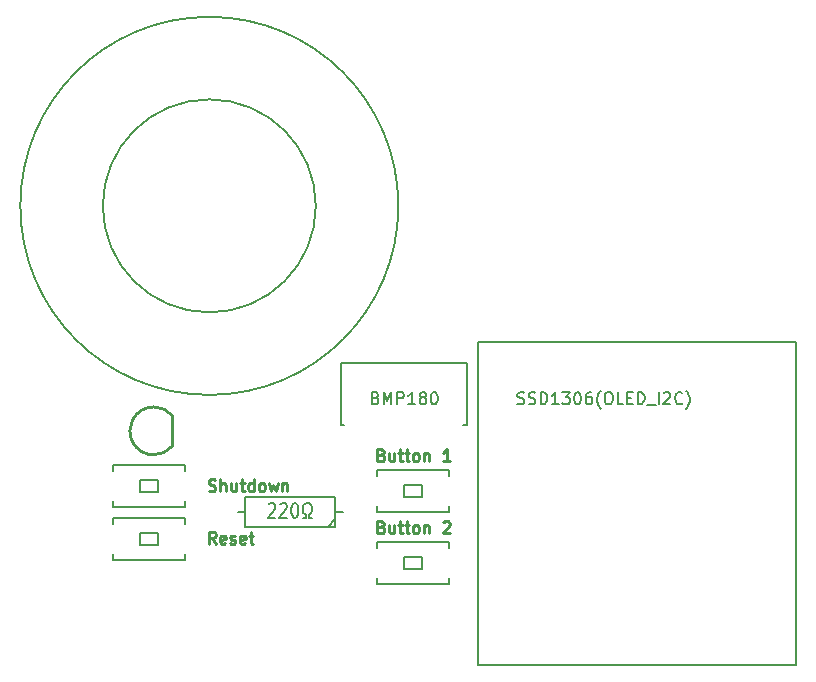
<source format=gto>
G04 (created by PCBNEW (22-Jun-2014 BZR 4027)-stable) date Wed 17 Feb 2016 21:07:16 GMT*
%MOIN*%
G04 Gerber Fmt 3.4, Leading zero omitted, Abs format*
%FSLAX34Y34*%
G01*
G70*
G90*
G04 APERTURE LIST*
%ADD10C,0.00590551*%
%ADD11C,0.00984252*%
%ADD12C,0.01*%
%ADD13C,0.005*%
%ADD14C,0.006*%
G04 APERTURE END LIST*
G54D10*
G54D11*
X86031Y-45003D02*
X86087Y-45021D01*
X86106Y-45040D01*
X86125Y-45078D01*
X86125Y-45134D01*
X86106Y-45171D01*
X86087Y-45190D01*
X86050Y-45209D01*
X85900Y-45209D01*
X85900Y-44815D01*
X86031Y-44815D01*
X86068Y-44834D01*
X86087Y-44853D01*
X86106Y-44890D01*
X86106Y-44928D01*
X86087Y-44965D01*
X86068Y-44984D01*
X86031Y-45003D01*
X85900Y-45003D01*
X86462Y-44946D02*
X86462Y-45209D01*
X86293Y-44946D02*
X86293Y-45153D01*
X86312Y-45190D01*
X86350Y-45209D01*
X86406Y-45209D01*
X86443Y-45190D01*
X86462Y-45171D01*
X86593Y-44946D02*
X86743Y-44946D01*
X86650Y-44815D02*
X86650Y-45153D01*
X86668Y-45190D01*
X86706Y-45209D01*
X86743Y-45209D01*
X86818Y-44946D02*
X86968Y-44946D01*
X86875Y-44815D02*
X86875Y-45153D01*
X86893Y-45190D01*
X86931Y-45209D01*
X86968Y-45209D01*
X87156Y-45209D02*
X87118Y-45190D01*
X87100Y-45171D01*
X87081Y-45134D01*
X87081Y-45021D01*
X87100Y-44984D01*
X87118Y-44965D01*
X87156Y-44946D01*
X87212Y-44946D01*
X87249Y-44965D01*
X87268Y-44984D01*
X87287Y-45021D01*
X87287Y-45134D01*
X87268Y-45171D01*
X87249Y-45190D01*
X87212Y-45209D01*
X87156Y-45209D01*
X87456Y-44946D02*
X87456Y-45209D01*
X87456Y-44984D02*
X87474Y-44965D01*
X87512Y-44946D01*
X87568Y-44946D01*
X87606Y-44965D01*
X87624Y-45003D01*
X87624Y-45209D01*
X88093Y-44853D02*
X88112Y-44834D01*
X88149Y-44815D01*
X88243Y-44815D01*
X88281Y-44834D01*
X88299Y-44853D01*
X88318Y-44890D01*
X88318Y-44928D01*
X88299Y-44984D01*
X88074Y-45209D01*
X88318Y-45209D01*
X86031Y-42603D02*
X86087Y-42621D01*
X86106Y-42640D01*
X86125Y-42678D01*
X86125Y-42734D01*
X86106Y-42771D01*
X86087Y-42790D01*
X86050Y-42809D01*
X85900Y-42809D01*
X85900Y-42415D01*
X86031Y-42415D01*
X86068Y-42434D01*
X86087Y-42453D01*
X86106Y-42490D01*
X86106Y-42528D01*
X86087Y-42565D01*
X86068Y-42584D01*
X86031Y-42603D01*
X85900Y-42603D01*
X86462Y-42546D02*
X86462Y-42809D01*
X86293Y-42546D02*
X86293Y-42753D01*
X86312Y-42790D01*
X86350Y-42809D01*
X86406Y-42809D01*
X86443Y-42790D01*
X86462Y-42771D01*
X86593Y-42546D02*
X86743Y-42546D01*
X86650Y-42415D02*
X86650Y-42753D01*
X86668Y-42790D01*
X86706Y-42809D01*
X86743Y-42809D01*
X86818Y-42546D02*
X86968Y-42546D01*
X86875Y-42415D02*
X86875Y-42753D01*
X86893Y-42790D01*
X86931Y-42809D01*
X86968Y-42809D01*
X87156Y-42809D02*
X87118Y-42790D01*
X87100Y-42771D01*
X87081Y-42734D01*
X87081Y-42621D01*
X87100Y-42584D01*
X87118Y-42565D01*
X87156Y-42546D01*
X87212Y-42546D01*
X87249Y-42565D01*
X87268Y-42584D01*
X87287Y-42621D01*
X87287Y-42734D01*
X87268Y-42771D01*
X87249Y-42790D01*
X87212Y-42809D01*
X87156Y-42809D01*
X87456Y-42546D02*
X87456Y-42809D01*
X87456Y-42584D02*
X87474Y-42565D01*
X87512Y-42546D01*
X87568Y-42546D01*
X87606Y-42565D01*
X87624Y-42603D01*
X87624Y-42809D01*
X88318Y-42809D02*
X88093Y-42809D01*
X88206Y-42809D02*
X88206Y-42415D01*
X88168Y-42471D01*
X88131Y-42509D01*
X88093Y-42528D01*
X80512Y-45559D02*
X80381Y-45371D01*
X80287Y-45559D02*
X80287Y-45165D01*
X80437Y-45165D01*
X80475Y-45184D01*
X80493Y-45203D01*
X80512Y-45240D01*
X80512Y-45296D01*
X80493Y-45334D01*
X80475Y-45353D01*
X80437Y-45371D01*
X80287Y-45371D01*
X80831Y-45540D02*
X80793Y-45559D01*
X80718Y-45559D01*
X80681Y-45540D01*
X80662Y-45503D01*
X80662Y-45353D01*
X80681Y-45315D01*
X80718Y-45296D01*
X80793Y-45296D01*
X80831Y-45315D01*
X80850Y-45353D01*
X80850Y-45390D01*
X80662Y-45428D01*
X81000Y-45540D02*
X81037Y-45559D01*
X81112Y-45559D01*
X81149Y-45540D01*
X81168Y-45503D01*
X81168Y-45484D01*
X81149Y-45446D01*
X81112Y-45428D01*
X81056Y-45428D01*
X81018Y-45409D01*
X81000Y-45371D01*
X81000Y-45353D01*
X81018Y-45315D01*
X81056Y-45296D01*
X81112Y-45296D01*
X81149Y-45315D01*
X81487Y-45540D02*
X81449Y-45559D01*
X81374Y-45559D01*
X81337Y-45540D01*
X81318Y-45503D01*
X81318Y-45353D01*
X81337Y-45315D01*
X81374Y-45296D01*
X81449Y-45296D01*
X81487Y-45315D01*
X81506Y-45353D01*
X81506Y-45390D01*
X81318Y-45428D01*
X81618Y-45296D02*
X81768Y-45296D01*
X81674Y-45165D02*
X81674Y-45503D01*
X81693Y-45540D01*
X81731Y-45559D01*
X81768Y-45559D01*
X80278Y-43790D02*
X80334Y-43809D01*
X80428Y-43809D01*
X80465Y-43790D01*
X80484Y-43771D01*
X80503Y-43734D01*
X80503Y-43696D01*
X80484Y-43659D01*
X80465Y-43640D01*
X80428Y-43621D01*
X80353Y-43603D01*
X80315Y-43584D01*
X80297Y-43565D01*
X80278Y-43528D01*
X80278Y-43490D01*
X80297Y-43453D01*
X80315Y-43434D01*
X80353Y-43415D01*
X80447Y-43415D01*
X80503Y-43434D01*
X80671Y-43809D02*
X80671Y-43415D01*
X80840Y-43809D02*
X80840Y-43603D01*
X80821Y-43565D01*
X80784Y-43546D01*
X80728Y-43546D01*
X80690Y-43565D01*
X80671Y-43584D01*
X81196Y-43546D02*
X81196Y-43809D01*
X81028Y-43546D02*
X81028Y-43753D01*
X81046Y-43790D01*
X81084Y-43809D01*
X81140Y-43809D01*
X81178Y-43790D01*
X81196Y-43771D01*
X81328Y-43546D02*
X81478Y-43546D01*
X81384Y-43415D02*
X81384Y-43753D01*
X81403Y-43790D01*
X81440Y-43809D01*
X81478Y-43809D01*
X81778Y-43809D02*
X81778Y-43415D01*
X81778Y-43790D02*
X81740Y-43809D01*
X81665Y-43809D01*
X81628Y-43790D01*
X81609Y-43771D01*
X81590Y-43734D01*
X81590Y-43621D01*
X81609Y-43584D01*
X81628Y-43565D01*
X81665Y-43546D01*
X81740Y-43546D01*
X81778Y-43565D01*
X82021Y-43809D02*
X81984Y-43790D01*
X81965Y-43771D01*
X81946Y-43734D01*
X81946Y-43621D01*
X81965Y-43584D01*
X81984Y-43565D01*
X82021Y-43546D01*
X82078Y-43546D01*
X82115Y-43565D01*
X82134Y-43584D01*
X82153Y-43621D01*
X82153Y-43734D01*
X82134Y-43771D01*
X82115Y-43790D01*
X82078Y-43809D01*
X82021Y-43809D01*
X82284Y-43546D02*
X82359Y-43809D01*
X82434Y-43621D01*
X82509Y-43809D01*
X82584Y-43546D01*
X82734Y-43546D02*
X82734Y-43809D01*
X82734Y-43584D02*
X82752Y-43565D01*
X82790Y-43546D01*
X82846Y-43546D01*
X82884Y-43565D01*
X82902Y-43603D01*
X82902Y-43809D01*
G54D10*
X89250Y-38850D02*
X99850Y-38850D01*
X99850Y-38850D02*
X99850Y-49600D01*
X99850Y-49600D02*
X89250Y-49600D01*
X89250Y-49600D02*
X89250Y-38850D01*
X84700Y-39550D02*
X84700Y-41600D01*
X84700Y-41600D02*
X84800Y-41600D01*
X84700Y-39550D02*
X88900Y-39550D01*
X88900Y-39550D02*
X88900Y-41600D01*
X88900Y-41600D02*
X88750Y-41600D01*
X83850Y-34300D02*
G75*
G03X83850Y-34300I-3550J0D01*
G74*
G01*
X86600Y-34300D02*
G75*
G03X86600Y-34300I-6300J0D01*
G74*
G01*
X86800Y-46000D02*
X86800Y-46400D01*
X86800Y-46400D02*
X87400Y-46400D01*
X87400Y-46400D02*
X87400Y-46000D01*
X87400Y-46000D02*
X86800Y-46000D01*
X85900Y-46900D02*
X88300Y-46900D01*
X88300Y-46900D02*
X88300Y-46700D01*
X85900Y-46700D02*
X85900Y-46900D01*
X85900Y-45500D02*
X85900Y-45700D01*
X85900Y-45500D02*
X88300Y-45500D01*
X88300Y-45500D02*
X88300Y-45700D01*
X78000Y-43450D02*
X78000Y-43850D01*
X78000Y-43850D02*
X78600Y-43850D01*
X78600Y-43850D02*
X78600Y-43450D01*
X78600Y-43450D02*
X78000Y-43450D01*
X77100Y-44350D02*
X79500Y-44350D01*
X79500Y-44350D02*
X79500Y-44150D01*
X77100Y-44150D02*
X77100Y-44350D01*
X77100Y-42950D02*
X77100Y-43150D01*
X77100Y-42950D02*
X79500Y-42950D01*
X79500Y-42950D02*
X79500Y-43150D01*
X86800Y-43600D02*
X86800Y-44000D01*
X86800Y-44000D02*
X87400Y-44000D01*
X87400Y-44000D02*
X87400Y-43600D01*
X87400Y-43600D02*
X86800Y-43600D01*
X85900Y-44500D02*
X88300Y-44500D01*
X88300Y-44500D02*
X88300Y-44300D01*
X85900Y-44300D02*
X85900Y-44500D01*
X85900Y-43100D02*
X85900Y-43300D01*
X85900Y-43100D02*
X88300Y-43100D01*
X88300Y-43100D02*
X88300Y-43300D01*
X78000Y-45200D02*
X78000Y-45600D01*
X78000Y-45600D02*
X78600Y-45600D01*
X78600Y-45600D02*
X78600Y-45200D01*
X78600Y-45200D02*
X78000Y-45200D01*
X77100Y-46100D02*
X79500Y-46100D01*
X79500Y-46100D02*
X79500Y-45900D01*
X77100Y-45900D02*
X77100Y-46100D01*
X77100Y-44700D02*
X77100Y-44900D01*
X77100Y-44700D02*
X79500Y-44700D01*
X79500Y-44700D02*
X79500Y-44900D01*
G54D12*
X79070Y-42300D02*
X79070Y-41300D01*
X79063Y-41286D02*
G75*
G03X78450Y-41000I-613J-513D01*
G74*
G01*
X78450Y-41001D02*
G75*
G03X77745Y-41423I0J-799D01*
G74*
G01*
X78451Y-42598D02*
G75*
G03X79060Y-42315I-1J798D01*
G74*
G01*
X77755Y-42197D02*
G75*
G03X78450Y-42600I694J397D01*
G74*
G01*
X77745Y-41420D02*
G75*
G03X77650Y-41800I704J-379D01*
G74*
G01*
X77650Y-41800D02*
G75*
G03X77768Y-42218I799J0D01*
G74*
G01*
G54D13*
X84500Y-44750D02*
X84500Y-44000D01*
X84500Y-44000D02*
X81500Y-44000D01*
X81500Y-44000D02*
X81500Y-45000D01*
X81500Y-45000D02*
X84500Y-45000D01*
X84500Y-45000D02*
X84500Y-44750D01*
X84750Y-44500D02*
X84500Y-44500D01*
X81500Y-44500D02*
X81250Y-44500D01*
X84500Y-44750D02*
X84250Y-45000D01*
G54D10*
X90572Y-40890D02*
X90628Y-40909D01*
X90722Y-40909D01*
X90759Y-40890D01*
X90778Y-40871D01*
X90797Y-40834D01*
X90797Y-40796D01*
X90778Y-40759D01*
X90759Y-40740D01*
X90722Y-40721D01*
X90647Y-40703D01*
X90609Y-40684D01*
X90590Y-40665D01*
X90572Y-40628D01*
X90572Y-40590D01*
X90590Y-40553D01*
X90609Y-40534D01*
X90647Y-40515D01*
X90740Y-40515D01*
X90797Y-40534D01*
X90947Y-40890D02*
X91003Y-40909D01*
X91097Y-40909D01*
X91134Y-40890D01*
X91153Y-40871D01*
X91172Y-40834D01*
X91172Y-40796D01*
X91153Y-40759D01*
X91134Y-40740D01*
X91097Y-40721D01*
X91022Y-40703D01*
X90984Y-40684D01*
X90965Y-40665D01*
X90947Y-40628D01*
X90947Y-40590D01*
X90965Y-40553D01*
X90984Y-40534D01*
X91022Y-40515D01*
X91115Y-40515D01*
X91172Y-40534D01*
X91340Y-40909D02*
X91340Y-40515D01*
X91434Y-40515D01*
X91490Y-40534D01*
X91528Y-40571D01*
X91547Y-40609D01*
X91565Y-40684D01*
X91565Y-40740D01*
X91547Y-40815D01*
X91528Y-40853D01*
X91490Y-40890D01*
X91434Y-40909D01*
X91340Y-40909D01*
X91940Y-40909D02*
X91715Y-40909D01*
X91828Y-40909D02*
X91828Y-40515D01*
X91790Y-40571D01*
X91753Y-40609D01*
X91715Y-40628D01*
X92072Y-40515D02*
X92315Y-40515D01*
X92184Y-40665D01*
X92240Y-40665D01*
X92278Y-40684D01*
X92297Y-40703D01*
X92315Y-40740D01*
X92315Y-40834D01*
X92297Y-40871D01*
X92278Y-40890D01*
X92240Y-40909D01*
X92128Y-40909D01*
X92090Y-40890D01*
X92072Y-40871D01*
X92559Y-40515D02*
X92596Y-40515D01*
X92634Y-40534D01*
X92653Y-40553D01*
X92671Y-40590D01*
X92690Y-40665D01*
X92690Y-40759D01*
X92671Y-40834D01*
X92653Y-40871D01*
X92634Y-40890D01*
X92596Y-40909D01*
X92559Y-40909D01*
X92521Y-40890D01*
X92503Y-40871D01*
X92484Y-40834D01*
X92465Y-40759D01*
X92465Y-40665D01*
X92484Y-40590D01*
X92503Y-40553D01*
X92521Y-40534D01*
X92559Y-40515D01*
X93028Y-40515D02*
X92953Y-40515D01*
X92915Y-40534D01*
X92896Y-40553D01*
X92859Y-40609D01*
X92840Y-40684D01*
X92840Y-40834D01*
X92859Y-40871D01*
X92878Y-40890D01*
X92915Y-40909D01*
X92990Y-40909D01*
X93028Y-40890D01*
X93046Y-40871D01*
X93065Y-40834D01*
X93065Y-40740D01*
X93046Y-40703D01*
X93028Y-40684D01*
X92990Y-40665D01*
X92915Y-40665D01*
X92878Y-40684D01*
X92859Y-40703D01*
X92840Y-40740D01*
X93346Y-41059D02*
X93328Y-41040D01*
X93290Y-40984D01*
X93271Y-40946D01*
X93253Y-40890D01*
X93234Y-40796D01*
X93234Y-40721D01*
X93253Y-40628D01*
X93271Y-40571D01*
X93290Y-40534D01*
X93328Y-40478D01*
X93346Y-40459D01*
X93571Y-40515D02*
X93646Y-40515D01*
X93684Y-40534D01*
X93721Y-40571D01*
X93740Y-40646D01*
X93740Y-40778D01*
X93721Y-40853D01*
X93684Y-40890D01*
X93646Y-40909D01*
X93571Y-40909D01*
X93534Y-40890D01*
X93496Y-40853D01*
X93478Y-40778D01*
X93478Y-40646D01*
X93496Y-40571D01*
X93534Y-40534D01*
X93571Y-40515D01*
X94096Y-40909D02*
X93909Y-40909D01*
X93909Y-40515D01*
X94228Y-40703D02*
X94359Y-40703D01*
X94415Y-40909D02*
X94228Y-40909D01*
X94228Y-40515D01*
X94415Y-40515D01*
X94584Y-40909D02*
X94584Y-40515D01*
X94677Y-40515D01*
X94734Y-40534D01*
X94771Y-40571D01*
X94790Y-40609D01*
X94809Y-40684D01*
X94809Y-40740D01*
X94790Y-40815D01*
X94771Y-40853D01*
X94734Y-40890D01*
X94677Y-40909D01*
X94584Y-40909D01*
X94884Y-40946D02*
X95184Y-40946D01*
X95277Y-40909D02*
X95277Y-40515D01*
X95446Y-40553D02*
X95465Y-40534D01*
X95502Y-40515D01*
X95596Y-40515D01*
X95634Y-40534D01*
X95652Y-40553D01*
X95671Y-40590D01*
X95671Y-40628D01*
X95652Y-40684D01*
X95427Y-40909D01*
X95671Y-40909D01*
X96065Y-40871D02*
X96046Y-40890D01*
X95990Y-40909D01*
X95952Y-40909D01*
X95896Y-40890D01*
X95859Y-40853D01*
X95840Y-40815D01*
X95821Y-40740D01*
X95821Y-40684D01*
X95840Y-40609D01*
X95859Y-40571D01*
X95896Y-40534D01*
X95952Y-40515D01*
X95990Y-40515D01*
X96046Y-40534D01*
X96065Y-40553D01*
X96196Y-41059D02*
X96215Y-41040D01*
X96252Y-40984D01*
X96271Y-40946D01*
X96290Y-40890D01*
X96309Y-40796D01*
X96309Y-40721D01*
X96290Y-40628D01*
X96271Y-40571D01*
X96252Y-40534D01*
X96215Y-40478D01*
X96196Y-40459D01*
X85843Y-40703D02*
X85900Y-40721D01*
X85918Y-40740D01*
X85937Y-40778D01*
X85937Y-40834D01*
X85918Y-40871D01*
X85900Y-40890D01*
X85862Y-40909D01*
X85712Y-40909D01*
X85712Y-40515D01*
X85843Y-40515D01*
X85881Y-40534D01*
X85900Y-40553D01*
X85918Y-40590D01*
X85918Y-40628D01*
X85900Y-40665D01*
X85881Y-40684D01*
X85843Y-40703D01*
X85712Y-40703D01*
X86106Y-40909D02*
X86106Y-40515D01*
X86237Y-40796D01*
X86368Y-40515D01*
X86368Y-40909D01*
X86556Y-40909D02*
X86556Y-40515D01*
X86706Y-40515D01*
X86743Y-40534D01*
X86762Y-40553D01*
X86781Y-40590D01*
X86781Y-40646D01*
X86762Y-40684D01*
X86743Y-40703D01*
X86706Y-40721D01*
X86556Y-40721D01*
X87156Y-40909D02*
X86931Y-40909D01*
X87043Y-40909D02*
X87043Y-40515D01*
X87006Y-40571D01*
X86968Y-40609D01*
X86931Y-40628D01*
X87381Y-40684D02*
X87343Y-40665D01*
X87324Y-40646D01*
X87306Y-40609D01*
X87306Y-40590D01*
X87324Y-40553D01*
X87343Y-40534D01*
X87381Y-40515D01*
X87456Y-40515D01*
X87493Y-40534D01*
X87512Y-40553D01*
X87531Y-40590D01*
X87531Y-40609D01*
X87512Y-40646D01*
X87493Y-40665D01*
X87456Y-40684D01*
X87381Y-40684D01*
X87343Y-40703D01*
X87324Y-40721D01*
X87306Y-40759D01*
X87306Y-40834D01*
X87324Y-40871D01*
X87343Y-40890D01*
X87381Y-40909D01*
X87456Y-40909D01*
X87493Y-40890D01*
X87512Y-40871D01*
X87531Y-40834D01*
X87531Y-40759D01*
X87512Y-40721D01*
X87493Y-40703D01*
X87456Y-40684D01*
X87774Y-40515D02*
X87812Y-40515D01*
X87849Y-40534D01*
X87868Y-40553D01*
X87887Y-40590D01*
X87906Y-40665D01*
X87906Y-40759D01*
X87887Y-40834D01*
X87868Y-40871D01*
X87849Y-40890D01*
X87812Y-40909D01*
X87774Y-40909D01*
X87737Y-40890D01*
X87718Y-40871D01*
X87699Y-40834D01*
X87681Y-40759D01*
X87681Y-40665D01*
X87699Y-40590D01*
X87718Y-40553D01*
X87737Y-40534D01*
X87774Y-40515D01*
G54D14*
X82276Y-44250D02*
X82295Y-44226D01*
X82333Y-44202D01*
X82428Y-44202D01*
X82466Y-44226D01*
X82485Y-44250D01*
X82504Y-44297D01*
X82504Y-44345D01*
X82485Y-44416D01*
X82257Y-44702D01*
X82504Y-44702D01*
X82657Y-44250D02*
X82676Y-44226D01*
X82714Y-44202D01*
X82809Y-44202D01*
X82847Y-44226D01*
X82866Y-44250D01*
X82885Y-44297D01*
X82885Y-44345D01*
X82866Y-44416D01*
X82638Y-44702D01*
X82885Y-44702D01*
X83133Y-44202D02*
X83171Y-44202D01*
X83209Y-44226D01*
X83228Y-44250D01*
X83247Y-44297D01*
X83266Y-44392D01*
X83266Y-44511D01*
X83247Y-44607D01*
X83228Y-44654D01*
X83209Y-44678D01*
X83171Y-44702D01*
X83133Y-44702D01*
X83095Y-44678D01*
X83076Y-44654D01*
X83057Y-44607D01*
X83038Y-44511D01*
X83038Y-44392D01*
X83057Y-44297D01*
X83076Y-44250D01*
X83095Y-44226D01*
X83133Y-44202D01*
X83419Y-44702D02*
X83514Y-44702D01*
X83514Y-44607D01*
X83476Y-44583D01*
X83438Y-44535D01*
X83419Y-44464D01*
X83419Y-44345D01*
X83438Y-44273D01*
X83476Y-44226D01*
X83533Y-44202D01*
X83609Y-44202D01*
X83666Y-44226D01*
X83704Y-44273D01*
X83723Y-44345D01*
X83723Y-44464D01*
X83704Y-44535D01*
X83666Y-44583D01*
X83628Y-44607D01*
X83628Y-44702D01*
X83723Y-44702D01*
M02*

</source>
